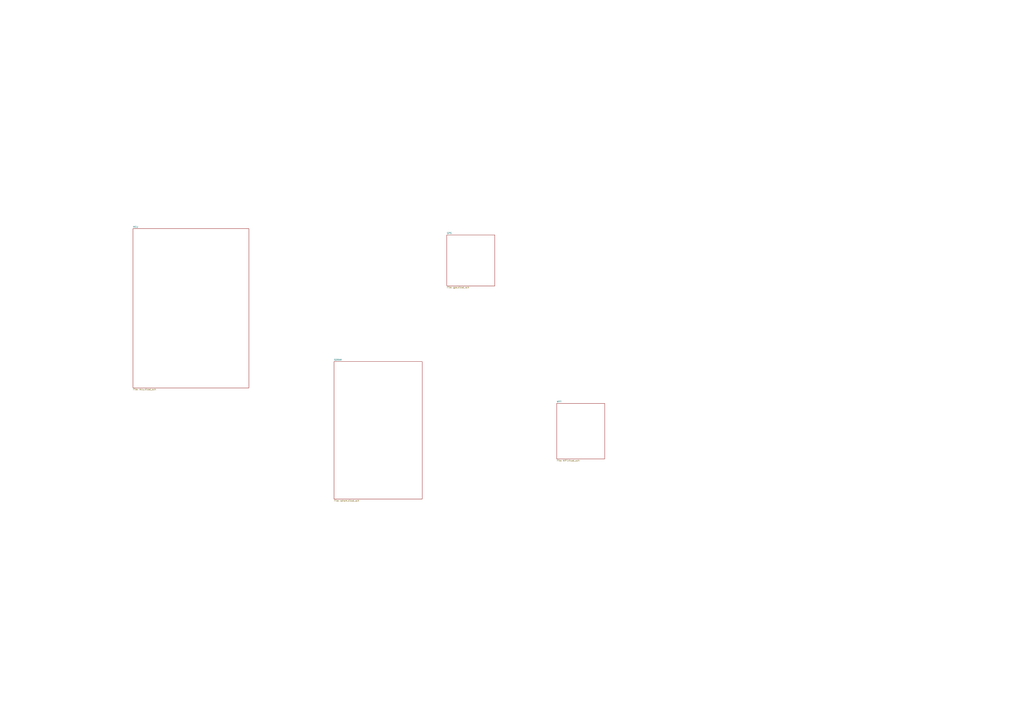
<source format=kicad_sch>
(kicad_sch
	(version 20250114)
	(generator "eeschema")
	(generator_version "9.0")
	(uuid "2e946ece-c4df-45c3-b111-1dfa78b69993")
	(paper "A1")
	(lib_symbols)
	(sheet
		(at 367.03 193.04)
		(size 39.37 41.91)
		(exclude_from_sim no)
		(in_bom yes)
		(on_board yes)
		(dnp no)
		(fields_autoplaced yes)
		(stroke
			(width 0.1524)
			(type solid)
		)
		(fill
			(color 0 0 0 0.0000)
		)
		(uuid "00198da7-f46d-429a-af95-638c46788090")
		(property "Sheetname" "GPS"
			(at 367.03 192.3284 0)
			(effects
				(font
					(size 1.27 1.27)
				)
				(justify left bottom)
			)
		)
		(property "Sheetfile" "gps.kicad_sch"
			(at 367.03 235.5346 0)
			(effects
				(font
					(size 1.27 1.27)
				)
				(justify left top)
			)
		)
		(instances
			(project "MainBoard"
				(path "/2e946ece-c4df-45c3-b111-1dfa78b69993"
					(page "4")
				)
			)
		)
	)
	(sheet
		(at 109.22 187.96)
		(size 95.25 130.81)
		(exclude_from_sim no)
		(in_bom yes)
		(on_board yes)
		(dnp no)
		(fields_autoplaced yes)
		(stroke
			(width 0.1524)
			(type solid)
		)
		(fill
			(color 0 0 0 0.0000)
		)
		(uuid "6b9150ef-bd32-4563-aae5-9de74c06b9d3")
		(property "Sheetname" "MCU"
			(at 109.22 187.2484 0)
			(effects
				(font
					(size 1.27 1.27)
				)
				(justify left bottom)
			)
		)
		(property "Sheetfile" "mcu.kicad_sch"
			(at 109.22 319.3546 0)
			(effects
				(font
					(size 1.27 1.27)
				)
				(justify left top)
			)
		)
		(instances
			(project "MainBoard"
				(path "/2e946ece-c4df-45c3-b111-1dfa78b69993"
					(page "2")
				)
			)
		)
	)
	(sheet
		(at 457.2 331.47)
		(size 39.37 45.72)
		(exclude_from_sim no)
		(in_bom yes)
		(on_board yes)
		(dnp no)
		(fields_autoplaced yes)
		(stroke
			(width 0.1524)
			(type solid)
		)
		(fill
			(color 0 0 0 0.0000)
		)
		(uuid "80b15eca-44b9-43bc-987a-10a1e9e27513")
		(property "Sheetname" "WiFi"
			(at 457.2 330.7584 0)
			(effects
				(font
					(size 1.27 1.27)
				)
				(justify left bottom)
			)
		)
		(property "Sheetfile" "WiFi.kicad_sch"
			(at 457.2 377.7746 0)
			(effects
				(font
					(size 1.27 1.27)
				)
				(justify left top)
			)
		)
		(instances
			(project "MainBoard"
				(path "/2e946ece-c4df-45c3-b111-1dfa78b69993"
					(page "5")
				)
			)
		)
	)
	(sheet
		(at 274.32 297.18)
		(size 72.39 113.03)
		(exclude_from_sim no)
		(in_bom yes)
		(on_board yes)
		(dnp no)
		(fields_autoplaced yes)
		(stroke
			(width 0.1524)
			(type solid)
		)
		(fill
			(color 0 0 0 0.0000)
		)
		(uuid "fc8be407-f5d5-4b7a-9cd1-f7b0d3736939")
		(property "Sheetname" "SDRAM"
			(at 274.32 296.4684 0)
			(effects
				(font
					(size 1.27 1.27)
				)
				(justify left bottom)
			)
		)
		(property "Sheetfile" "sdram.kicad_sch"
			(at 274.32 410.7946 0)
			(effects
				(font
					(size 1.27 1.27)
				)
				(justify left top)
			)
		)
		(instances
			(project "MainBoard"
				(path "/2e946ece-c4df-45c3-b111-1dfa78b69993"
					(page "3")
				)
			)
		)
	)
	(sheet_instances
		(path "/"
			(page "1")
		)
	)
	(embedded_fonts no)
)

</source>
